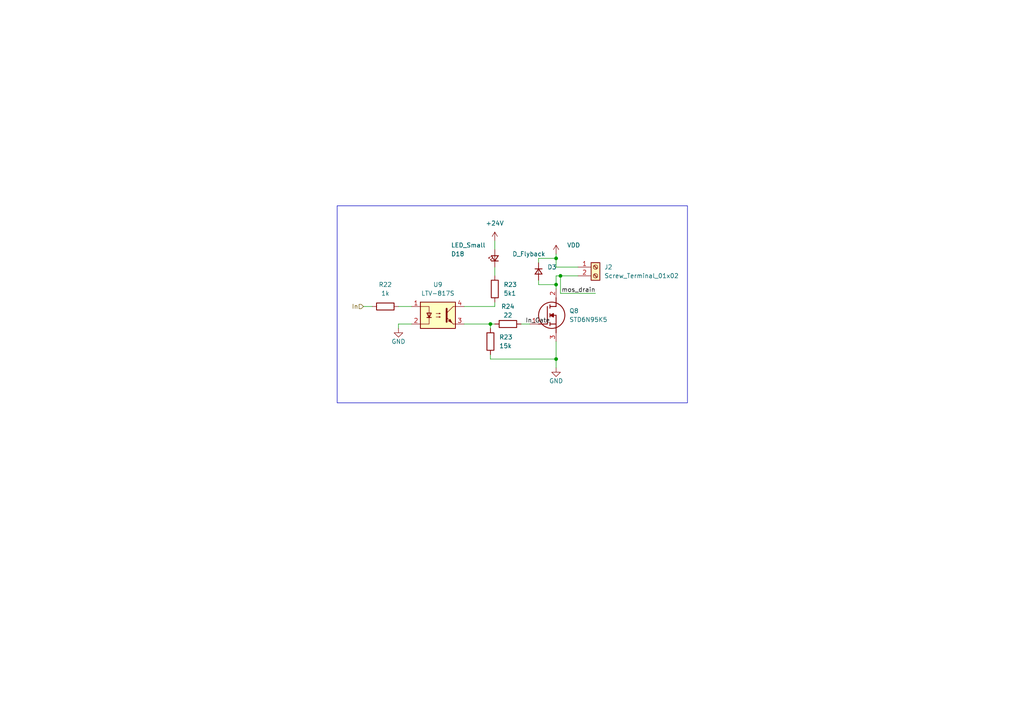
<source format=kicad_sch>
(kicad_sch (version 20230121) (generator eeschema)
  (paper "A4")
  (lib_symbols
    (symbol "Connector:Screw_Terminal_01x02" (pin_names (offset 1.016) hide)
      (property "Reference" "J" (at 0 2.54 0))
      (property "Value" "Screw_Terminal_01x02" (at 0 -5.08 0))
      (symbol "Screw_Terminal_01x02_1_1"
        (rectangle (start -1.27 1.27) (end 1.27 -3.81) (stroke (width 0.254)) (fill (type background)))
        (circle (center 0 -2.54) (radius 0.635) (stroke (width 0.1524)))
        (polyline (pts (xy -0.5334 -2.2098) (xy 0.3302 -3.048)) (stroke (width 0.1524)))
        (polyline (pts (xy -0.5334 0.3302) (xy 0.3302 -0.508)) (stroke (width 0.1524)))
        (polyline (pts (xy -0.3556 -2.032) (xy 0.508 -2.8702)) (stroke (width 0.1524)))
        (polyline (pts (xy -0.3556 0.508) (xy 0.508 -0.3302)) (stroke (width 0.1524)))
        (circle (center 0 0) (radius 0.635) (stroke (width 0.1524)))
        (pin passive line (at -5.08 0 0) (length 3.81) (name "Pin_1") (number "1"))
        (pin passive line (at -5.08 -2.54 0) (length 3.81) (name "Pin_2") (number "2"))
      )
    )
    (symbol "Device:D_Small" (pin_numbers hide) (pin_names (offset 0.254) hide)
      (property "Reference" "D" (at -1.27 2.032 0))
      (property "Value" "D_Small" (at -3.81 -2.032 0))
      (symbol "D_Small_0_1"
        (polyline (pts (xy -0.762 -1.016) (xy -0.762 1.016)) (stroke (width 0.254)))
        (polyline (pts (xy -0.762 0) (xy 0.762 0)))
        (polyline (pts (xy 0.762 -1.016) (xy -0.762 0) (xy 0.762 1.016) (xy 0.762 -1.016)) (stroke (width 0.254)))
      )
      (symbol "D_Small_1_1"
        (pin passive line (at -2.54 0 0) (length 1.778) (name "K") (number "1"))
        (pin passive line (at 2.54 0 180) (length 1.778) (name "A") (number "2"))
      )
    )
    (symbol "Device:LED_Small" (pin_numbers hide) (pin_names (offset 0.254) hide)
      (property "Reference" "D" (at -1.27 3.175 0))
      (property "Value" "LED_Small" (at -4.445 -2.54 0))
      (symbol "LED_Small_0_1"
        (polyline (pts (xy -0.762 -1.016) (xy -0.762 1.016)) (stroke (width 0.254)))
        (polyline (pts (xy 1.016 0) (xy -0.762 0)))
        (polyline (pts (xy 0.762 -1.016) (xy -0.762 0) (xy 0.762 1.016) (xy 0.762 -1.016)) (stroke (width 0.254)))
        (polyline (pts (xy 0 0.762) (xy -0.508 1.27) (xy -0.254 1.27) (xy -0.508 1.27) (xy -0.508 1.016)))
        (polyline (pts (xy 0.508 1.27) (xy 0 1.778) (xy 0.254 1.778) (xy 0 1.778) (xy 0 1.524)))
      )
      (symbol "LED_Small_1_1"
        (pin passive line (at -2.54 0 0) (length 1.778) (name "K") (number "1"))
        (pin passive line (at 2.54 0 180) (length 1.778) (name "A") (number "2"))
      )
    )
    (symbol "Device:R" (pin_numbers hide) (pin_names (offset 0))
      (property "Reference" "R" (at 2.032 0 90))
      (property "Value" "R" (at 0 0 90))
      (symbol "R_0_1"
        (rectangle (start -1.016 -2.54) (end 1.016 2.54) (stroke (width 0.254)))
      )
      (symbol "R_1_1"
        (pin passive line (at 0 3.81 270) (length 1.27) (name "~") (number "1"))
        (pin passive line (at 0 -3.81 90) (length 1.27) (name "~") (number "2"))
      )
    )
    (symbol "Isolator:LTV-817S" (pin_names (offset 1.016))
      (property "Reference" "U" (at -3.81 5.08 0))
      (property "Value" "LTV-817S" (at 0 -5.08 0))
      (symbol "LTV-817S_1_1"
        (rectangle (start -5.08 3.81) (end 5.08 -3.81) (stroke (width 0.254)) (fill (type background)))
        (polyline (pts (xy -3.175 -0.635) (xy -1.905 -0.635)) (stroke (width 0.254)))
        (polyline (pts (xy 2.54 0.635) (xy 4.445 2.54)))
        (polyline (pts (xy 4.445 -2.54) (xy 2.54 -0.635)) (fill (type outline)))
        (polyline (pts (xy 4.445 -2.54) (xy 5.08 -2.54)))
        (polyline (pts (xy 4.445 2.54) (xy 5.08 2.54)))
        (polyline (pts (xy -5.08 2.54) (xy -2.54 2.54) (xy -2.54 -0.762)))
        (polyline (pts (xy -2.54 -0.635) (xy -2.54 -2.54) (xy -5.08 -2.54)))
        (polyline (pts (xy 2.54 1.905) (xy 2.54 -1.905) (xy 2.54 -1.905)) (stroke (width 0.508)))
        (polyline (pts (xy -2.54 -0.635) (xy -3.175 0.635) (xy -1.905 0.635) (xy -2.54 -0.635)) (stroke (width 0.254)))
        (polyline (pts (xy -0.508 -0.508) (xy 0.762 -0.508) (xy 0.381 -0.635) (xy 0.381 -0.381) (xy 0.762 -0.508)))
        (polyline (pts (xy -0.508 0.508) (xy 0.762 0.508) (xy 0.381 0.381) (xy 0.381 0.635) (xy 0.762 0.508)))
        (polyline (pts (xy 3.048 -1.651) (xy 3.556 -1.143) (xy 4.064 -2.159) (xy 3.048 -1.651) (xy 3.048 -1.651)) (fill (type outline)))
        (pin passive line (at -7.62 2.54 0) (length 2.54) (name "~") (number "1"))
        (pin passive line (at -7.62 -2.54 0) (length 2.54) (name "~") (number "2"))
        (pin passive line (at 7.62 -2.54 180) (length 2.54) (name "~") (number "3"))
        (pin passive line (at 7.62 2.54 180) (length 2.54) (name "~") (number "4"))
      )
    )
    (symbol "custom_motor:STD6N95K5" (pin_names hide)
      (property "Reference" "Q" (at 11.43 3.81 0))
      (property "Value" "STD6N95K5" (at 11.43 1.27 0))
      (symbol "STD6N95K5_1_1"
        (polyline (pts (xy 2.54 0) (xy 5.08 0)) (stroke (width 0.254)))
        (polyline (pts (xy 5.08 5.08) (xy 5.08 0)) (stroke (width 0.254)))
        (polyline (pts (xy 5.842 -0.508) (xy 5.842 0.508)) (stroke (width 0.254)))
        (polyline (pts (xy 5.842 0) (xy 7.62 0)) (stroke (width 0.254)))
        (polyline (pts (xy 5.842 2.032) (xy 5.842 3.048)) (stroke (width 0.254)))
        (polyline (pts (xy 5.842 5.588) (xy 5.842 4.572)) (stroke (width 0.254)))
        (polyline (pts (xy 7.62 2.54) (xy 5.842 2.54)) (stroke (width 0.254)))
        (polyline (pts (xy 7.62 2.54) (xy 7.62 -2.54)) (stroke (width 0.254)))
        (polyline (pts (xy 7.62 5.08) (xy 5.842 5.08)) (stroke (width 0.254)))
        (polyline (pts (xy 7.62 5.08) (xy 7.62 7.62)) (stroke (width 0.254)))
        (polyline (pts (xy 5.842 2.54) (xy 6.858 3.048) (xy 6.858 2.032) (xy 5.842 2.54)) (stroke (width 0.254)) (fill (type outline)))
        (circle (center 6.35 2.54) (radius 3.81) (stroke (width 0.254)))
        (pin passive line (at 0 0 0) (length 2.54) (name "G") (number "1"))
        (pin passive line (at 7.62 10.16 270) (length 2.54) (name "D") (number "2"))
        (pin passive line (at 7.62 -5.08 90) (length 2.54) (name "S") (number "3"))
      )
    )
    (symbol "power:+24V" (power) (pin_names (offset 0))
      (property "Value" "+24V" (at 0 3.556 0))
      (symbol "+24V_0_1"
        (polyline (pts (xy -0.762 1.27) (xy 0 2.54)))
        (polyline (pts (xy 0 0) (xy 0 2.54)))
        (polyline (pts (xy 0 2.54) (xy 0.762 1.27)))
      )
      (symbol "+24V_1_1"
        (pin power_in line (at 0 0 90) (length 0) hide (name "+24V") (number "1"))
      )
    )
    (symbol "power:GND" (power) (pin_names (offset 0))
      (property "Value" "GND" (at 0 -3.81 0))
      (symbol "GND_0_1"
        (polyline (pts (xy 0 0) (xy 0 -1.27) (xy 1.27 -1.27) (xy 0 -2.54) (xy -1.27 -1.27) (xy 0 -1.27)))
      )
      (symbol "GND_1_1"
        (pin power_in line (at 0 0 270) (length 0) hide (name "GND") (number "1"))
      )
    )
    (symbol "power:VDD" (power) (pin_names (offset 0))
      (property "Value" "VDD" (at 0 3.81 0))
      (symbol "VDD_0_1"
        (polyline (pts (xy -0.762 1.27) (xy 0 2.54)))
        (polyline (pts (xy 0 0) (xy 0 2.54)))
        (polyline (pts (xy 0 2.54) (xy 0.762 1.27)))
      )
      (symbol "VDD_1_1"
        (pin power_in line (at 0 0 90) (length 0) hide (name "VDD") (number "1"))
      )
    )
  )
  (junction (at 161.29 74.93))
  (junction (at 142.24 93.98))
  (junction (at 161.29 82.55))
  (junction (at 161.29 104.14))
  (junction (at 162.56 80.01))
  (wire (pts (xy 115.57 93.98) (xy 119.38 93.98)))
  (wire (pts (xy 161.29 77.47) (xy 167.64 77.47)))
  (wire (pts (xy 115.57 95.25) (xy 115.57 93.98)))
  (wire (pts (xy 156.21 76.2) (xy 156.21 74.93)))
  (wire (pts (xy 167.64 80.01) (xy 162.56 80.01)))
  (wire (pts (xy 161.29 99.06) (xy 161.29 104.14)))
  (wire (pts (xy 105.41 88.9) (xy 107.95 88.9)))
  (wire (pts (xy 134.62 88.9) (xy 143.51 88.9)))
  (wire (pts (xy 151.13 93.98) (xy 153.67 93.98)))
  (wire (pts (xy 161.29 77.47) (xy 161.29 74.93)))
  (wire (pts (xy 134.62 93.98) (xy 142.24 93.98)))
  (wire (pts (xy 172.72 85.09) (xy 162.56 85.09)))
  (wire (pts (xy 162.56 85.09) (xy 162.56 80.01)))
  (wire (pts (xy 142.24 104.14) (xy 142.24 102.87)))
  (wire (pts (xy 143.51 69.85) (xy 143.51 72.39)))
  (wire (pts (xy 115.57 88.9) (xy 119.38 88.9)))
  (wire (pts (xy 156.21 82.55) (xy 161.29 82.55)))
  (wire (pts (xy 142.24 95.25) (xy 142.24 93.98)))
  (wire (pts (xy 161.29 74.93) (xy 161.29 73.66)))
  (wire (pts (xy 142.24 104.14) (xy 161.29 104.14)))
  (wire (pts (xy 142.24 93.98) (xy 143.51 93.98)))
  (wire (pts (xy 161.29 104.14) (xy 161.29 106.68)))
  (wire (pts (xy 161.29 80.01) (xy 161.29 82.55)))
  (wire (pts (xy 156.21 81.28) (xy 156.21 82.55)))
  (wire (pts (xy 161.29 82.55) (xy 161.29 83.82)))
  (wire (pts (xy 156.21 74.93) (xy 161.29 74.93)))
  (wire (pts (xy 143.51 87.63) (xy 143.51 88.9)))
  (wire (pts (xy 143.51 77.47) (xy 143.51 80.01)))
  (wire (pts (xy 162.56 80.01) (xy 161.29 80.01)))
  (rectangle (start 97.79 59.69) (end 199.39 116.84))
  (label "mos_drain" (at 172.72 85.09 180))
  (label "In_Gate" (at 152.4 93.98 0))
  (hierarchical_label "In" (shape input) (at 105.41 88.9 180))
  (symbol (lib_id "power:+24V") (at 143.51 69.85 0) (unit 1)
    (property "Reference" "#PWR045" (effects hide))
    (property "Value" "+24V" (at 143.51 64.77 0))
    (instances (project "control_motor_pcb" (path "" (reference "#PWR045") (unit 1)) (path "" (reference "#PWR011") (unit 1)) (path "" (reference "#PWR015") (unit 1)) (path "" (reference "#PWR019") (unit 1)) (path "" (reference "#PWR023") (unit 1)) (path "" (reference "#PWR033") (unit 1)) (path "" (reference "#PWR037") (unit 1)) (path "" (reference "#PWR041") (unit 1)) (path "" (reference "#PWR049") (unit 1)) (path "" (reference "#PWR053") (unit 1))))
  )
  (symbol (lib_id "Device:R") (at 111.76 88.9 90) (unit 1)
    (property "Reference" "R22" (at 111.76 82.55 90))
    (property "Value" "1k" (at 111.76 85.09 90))
    (property "Footprint" "Resistor_SMD:R_0805_2012Metric" (effects hide))
    (property "LCSC_Link" "https://www.lcsc.com/product-detail/Chip-Resistor-Surface-Mount_UNI-ROYAL-Uniroyal-Elec-0805W8F1001T5E_C17513.html" (effects hide))
    (property "LCSC_Reference" "C17513" (effects hide))
    (property "Manufacturer_Name" "UNI-ROYAL(Uniroyal Elec) " (effects hide))
    (property "Manufacturer_Part_Number" " 	0805W8F1001T5E" (effects hide))
    (instances (project "control_motor_pcb" (path "" (reference "R22") (unit 1)) (path "" (reference "R25") (unit 1)) (path "" (reference "R1") (unit 1)) (path "" (reference "R4") (unit 1)) (path "" (reference "R10") (unit 1)) (path "" (reference "R7") (unit 1)) (path "" (reference "R22") (unit 1)) (path "" (reference "R28") (unit 1)) (path "" (reference "R19") (unit 1)) (path "" (reference "R16") (unit 1)) (path "" (reference "R13") (unit 1))))
  )
  (symbol (lib_id "Device:LED_Small") (at 143.51 74.93 90) (unit 1)
    (property "Reference" "D18" (at 130.81 73.66 90) (effects (justify right)))
    (property "Value" "LED_Small" (at 130.81 71.12 90) (effects (justify right)))
    (property "Footprint" "LED_SMD:LED_1206_3216Metric" (effects hide))
    (instances (project "control_motor_pcb" (path "" (reference "D18") (unit 1)) (path "" (reference "D16") (unit 1)) (path "" (reference "D17") (unit 1)) (path "" (reference "D19") (unit 1)) (path "" (reference "D20") (unit 1)) (path "" (reference "D21") (unit 1)) (path "" (reference "D22") (unit 1)) (path "" (reference "D23") (unit 1)) (path "" (reference "D24") (unit 1)) (path "" (reference "D25") (unit 1))))
  )
  (symbol (lib_id "Device:R") (at 147.32 93.98 90) (unit 1)
    (property "Reference" "R24" (at 147.32 88.9 90))
    (property "Value" "22" (at 147.32 91.44 90))
    (property "Footprint" "Resistor_SMD:R_0805_2012Metric" (effects hide))
    (property "LCSC_Link" "https://www.lcsc.com/product-detail/Chip-Resistor-Surface-Mount_UNI-ROYAL-Uniroyal-Elec-0805W8J0220T5E_C25295.html" (effects hide))
    (property "LCSC_Reference" "C25295" (effects hide))
    (property "Manufacturer_Name" "UNI-ROYAL(Uniroyal Elec)" (effects hide))
    (property "Manufacturer_Part_Number" "0805W8J0220T5E" (effects hide))
    (instances (project "control_motor_pcb" (path "" (reference "R24") (unit 1)) (path "" (reference "R27") (unit 1)) (path "" (reference "R3") (unit 1)) (path "" (reference "R6") (unit 1)) (path "" (reference "R12") (unit 1)) (path "" (reference "R9") (unit 1)) (path "" (reference "R24") (unit 1)) (path "" (reference "R30") (unit 1)) (path "" (reference "R21") (unit 1)) (path "" (reference "R18") (unit 1)) (path "" (reference "R15") (unit 1))))
  )
  (symbol (lib_id "Device:R") (at 142.24 99.06 0) (unit 1)
    (property "Reference" "R23" (at 144.78 97.79 0) (effects (justify left)))
    (property "Value" "15k" (at 144.78 100.33 0) (effects (justify left)))
    (property "Footprint" "Resistor_SMD:R_0805_2012Metric" (effects hide))
    (property "LCSC_Link" "https://www.lcsc.com/product-detail/Chip-Resistor-Surface-Mount_UNI-ROYAL-Uniroyal-Elec-0805W8F1502T5E_C17475.html" (effects hide))
    (property "LCSC_Reference" "C17475" (effects hide))
    (property "Manufacturer_Name" "UNI-ROYAL(Uniroyal Elec) " (effects hide))
    (property "Manufacturer_Part_Number" "0805W8F1502T5E" (effects hide))
    (instances (project "control_motor_pcb" (path "" (reference "R23") (unit 1)) (path "" (reference "R26") (unit 1)) (path "" (reference "R2") (unit 1)) (path "" (reference "R5") (unit 1)) (path "" (reference "R11") (unit 1)) (path "" (reference "R8") (unit 1)) (path "" (reference "R23") (unit 1)) (path "" (reference "R29") (unit 1)) (path "" (reference "R20") (unit 1)) (path "" (reference "R17") (unit 1)) (path "" (reference "R14") (unit 1))))
  )
  (symbol (lib_id "Device:D_Small") (at 156.21 78.74 270) (unit 1)
    (property "Reference" "D3" (at 158.75 77.47 90) (effects (justify left)))
    (property "Value" "D_Flyback" (at 148.59 73.66 90) (effects (justify left)))
    (property "Footprint" "Diode_SMD:D_SMA" (effects hide))
    (property "Sim.Device" "D" (effects hide))
    (property "Sim.Pins" "1=K 2=A" (effects hide))
    (instances (project "control_motor_pcb" (path "" (reference "D3") (unit 1)) (path "" (reference "D4") (unit 1)) (path "" (reference "D5") (unit 1)) (path "" (reference "D6") (unit 1)) (path "" (reference "D7") (unit 1)) (path "" (reference "D8") (unit 1)) (path "" (reference "D9") (unit 1)) (path "" (reference "D10") (unit 1)) (path "" (reference "D11") (unit 1)) (path "" (reference "D12") (unit 1))))
  )
  (symbol (lib_id "custom_motor:STD6N95K5") (at 153.67 93.98 0) (unit 1)
    (property "Reference" "Q8" (at 165.1 90.17 0) (effects (justify left)))
    (property "Value" "STD6N95K5" (at 165.1 92.71 0) (effects (justify left)))
    (property "Footprint" "STD13N60DM2" (effects hide))
    (property "Datasheet" "https://www.mouser.com/datasheet/2/389/std6n95k5-955603.pdf" (effects hide))
    (property "Height" "2" (effects hide))
    (property "Manufacturer_Name" "MOT" (effects hide))
    (property "Manufacturer_Part_Number" "MOT5N50D" (effects hide))
    (property "Mouser Part Number" "511-STD6N95K5" (effects hide))
    (property "Mouser Price/Stock" "https://www.mouser.co.uk/ProductDetail/STMicroelectronics/STD6N95K5?qs=mxm%2FV7p14IOvK69mK8m2Bw%3D%3D" (effects hide))
    (property "Arrow Part Number" "STD6N95K5" (effects hide))
    (property "Arrow Price/Stock" "https://www.arrow.com/en/products/std6n95k5/stmicroelectronics" (effects hide))
    (property "LCSC_Link" "https://www.lcsc.com/product-detail/MOSFETs_MOT-MOT5N50D_C5143155.html" (effects hide))
    (property "LCSC_Reference" "C5143155" (effects hide))
    (instances (project "control_motor_pcb" (path "" (reference "Q8") (unit 1)) (path "" (reference "Q9") (unit 1)) (path "" (reference "Q1") (unit 1)) (path "" (reference "Q2") (unit 1)) (path "" (reference "Q4") (unit 1)) (path "" (reference "Q3") (unit 1)) (path "" (reference "Q8") (unit 1)) (path "" (reference "Q10") (unit 1)) (path "" (reference "Q7") (unit 1)) (path "" (reference "Q6") (unit 1)) (path "" (reference "Q5") (unit 1))))
  )
  (symbol (lib_id "Device:R") (at 143.51 83.82 0) (unit 1)
    (property "Reference" "R23" (at 146.05 82.55 0) (effects (justify left)))
    (property "Value" "5k1" (at 146.05 85.09 0) (effects (justify left)))
    (property "Footprint" "Resistor_SMD:R_0805_2012Metric" (effects hide))
    (property "LCSC_Link" "https://www.lcsc.com/product-detail/Chip-Resistor-Surface-Mount_UNI-ROYAL-Uniroyal-Elec-0805W8F5101T5E_C27834.html" (effects hide))
    (property "LCSC_Reference" "C27834" (effects hide))
    (property "Manufacturer_Name" "UNI-ROYAL(Uniroyal Elec)" (effects hide))
    (property "Manufacturer_Part_Number" "0805W8F5101T5E" (effects hide))
    (instances (project "control_motor_pcb" (path "" (reference "R23") (unit 1)) (path "" (reference "R43") (unit 1)) (path "" (reference "R44") (unit 1)) (path "" (reference "R45") (unit 1)) (path "" (reference "R47") (unit 1)) (path "" (reference "R46") (unit 1)) (path "" (reference "R51") (unit 1)) (path "" (reference "R52") (unit 1)) (path "" (reference "R50") (unit 1)) (path "" (reference "R49") (unit 1)) (path "" (reference "R48") (unit 1))))
  )
  (symbol (lib_id "power:GND") (at 161.29 106.68 0) (unit 1)
    (property "Reference" "#PWR047" (effects hide))
    (property "Value" "GND" (at 161.29 110.49 0))
    (instances (project "control_motor_pcb" (path "" (reference "#PWR047") (unit 1)) (path "" (reference "#PWR051") (unit 1)) (path "" (reference "#PWR013") (unit 1)) (path "" (reference "#PWR017") (unit 1)) (path "" (reference "#PWR031") (unit 1)) (path "" (reference "#PWR021") (unit 1)) (path "" (reference "#PWR047") (unit 1)) (path "" (reference "#PWR055") (unit 1)) (path "" (reference "#PWR043") (unit 1)) (path "" (reference "#PWR039") (unit 1)) (path "" (reference "#PWR035") (unit 1))))
  )
  (symbol (lib_id "Isolator:LTV-817S") (at 127 91.44 0) (unit 1)
    (property "Reference" "U9" (at 127 82.55 0))
    (property "Value" "LTV-817S" (at 127 85.09 0))
    (property "Footprint" "custom_motor:SOP254P1030X390-4N" (effects hide))
    (property "Datasheet" "http://www.us.liteon.com/downloads/LTV-817-827-847.PDF" (effects hide))
    (property "LCSC_Link" "https://www.lcsc.com/product-detail/Transistor-Photovoltaic-Output-Optoisolators_Everlight-Elec-EL817S1-B-TU-F_C63268.html" (effects hide))
    (property "LCSC_Reference" "C63268" (effects hide))
    (property "Manufacturer_Name" "Everlight Elec" (effects hide))
    (property "Manufacturer_Part_Number" "EL817S1(B)(TU)-F" (effects hide))
    (instances (project "control_motor_pcb" (path "" (reference "U9") (unit 1)) (path "" (reference "U10") (unit 1)) (path "" (reference "U1") (unit 1)) (path "" (reference "U3") (unit 1)) (path "" (reference "U5") (unit 1)) (path "" (reference "U4") (unit 1)) (path "" (reference "U9") (unit 1)) (path "" (reference "U11") (unit 1)) (path "" (reference "U8") (unit 1)) (path "" (reference "U7") (unit 1)) (path "" (reference "U6") (unit 1))))
  )
  (symbol (lib_id "Connector:Screw_Terminal_01x02") (at 172.72 77.47 0) (unit 1)
    (property "Reference" "J2" (at 175.26 77.47 0) (effects (justify left)))
    (property "Value" "Screw_Terminal_01x02" (at 175.26 80.01 0) (effects (justify left)))
    (property "Footprint" "TerminalBlock_Phoenix:TerminalBlock_Phoenix_MKDS-1,5-2_1x02_P5.00mm_Horizontal" (effects hide))
    (property "LCSC_Link" "https://www.lcsc.com/product-detail/span-style-background-color-ff0-Screw-span-span-style-background-color-ff0-Terminal-span-Blocks_MAX-MX127-5-0-02P-GN01-Cu-Y-A_C5188440.html" (effects hide))
    (property "LCSC_Reference" "C5188440" (effects hide))
    (property "Manufacturer_Name" "MAX" (effects hide))
    (property "Manufacturer_Part_Number" " 	MX127-5.0-02P-GN01-Cu-Y-A" (effects hide))
    (instances (project "control_motor_pcb" (path "" (reference "J2") (unit 1)) (path "" (reference "J2") (unit 1)) (path "" (reference "J17") (unit 1)) (path "" (reference "J18") (unit 1)) (path "" (reference "J19") (unit 1)) (path "" (reference "J20") (unit 1)) (path "" (reference "J21") (unit 1)) (path "" (reference "J22") (unit 1)) (path "" (reference "J23") (unit 1)) (path "" (reference "J24") (unit 1)) (path "" (reference "J25") (unit 1))))
  )
  (symbol (lib_id "power:VDD") (at 161.29 73.66 0) (unit 1)
    (property "Reference" "#PWR046" (effects hide))
    (property "Value" "VDD" (at 166.37 71.12 0))
    (instances (project "control_motor_pcb" (path "" (reference "#PWR046") (unit 1)) (path "" (reference "#PWR050") (unit 1)) (path "" (reference "#PWR012") (unit 1)) (path "" (reference "#PWR016") (unit 1)) (path "" (reference "#PWR028") (unit 1)) (path "" (reference "#PWR020") (unit 1)) (path "" (reference "#PWR046") (unit 1)) (path "" (reference "#PWR054") (unit 1)) (path "" (reference "#PWR042") (unit 1)) (path "" (reference "#PWR038") (unit 1)) (path "" (reference "#PWR034") (unit 1))))
  )
  (symbol (lib_id "power:GND") (at 115.57 95.25 0) (unit 1)
    (property "Reference" "#PWR044" (effects hide))
    (property "Value" "GND" (at 115.57 99.06 0))
    (instances (project "control_motor_pcb" (path "" (reference "#PWR044") (unit 1)) (path "" (reference "#PWR048") (unit 1)) (path "" (reference "#PWR010") (unit 1)) (path "" (reference "#PWR014") (unit 1)) (path "" (reference "#PWR022") (unit 1)) (path "" (reference "#PWR018") (unit 1)) (path "" (reference "#PWR044") (unit 1)) (path "" (reference "#PWR052") (unit 1)) (path "" (reference "#PWR040") (unit 1)) (path "" (reference "#PWR036") (unit 1)) (path "" (reference "#PWR032") (unit 1))))
  )
)
</source>
